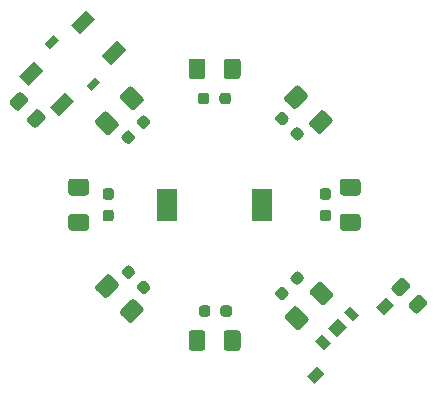
<source format=gbs>
G04 #@! TF.GenerationSoftware,KiCad,Pcbnew,5.1.10-88a1d61d58~90~ubuntu20.04.1*
G04 #@! TF.CreationDate,2021-11-23T17:05:44+00:00*
G04 #@! TF.ProjectId,LiPo-power,4c69506f-2d70-46f7-9765-722e6b696361,rev?*
G04 #@! TF.SameCoordinates,Original*
G04 #@! TF.FileFunction,Soldermask,Bot*
G04 #@! TF.FilePolarity,Negative*
%FSLAX46Y46*%
G04 Gerber Fmt 4.6, Leading zero omitted, Abs format (unit mm)*
G04 Created by KiCad (PCBNEW 5.1.10-88a1d61d58~90~ubuntu20.04.1) date 2021-11-23 17:05:44*
%MOMM*%
%LPD*%
G01*
G04 APERTURE LIST*
%ADD10C,0.100000*%
%ADD11R,1.700000X2.700000*%
G04 APERTURE END LIST*
G36*
G01*
X124175215Y-77611612D02*
X124811612Y-76975215D01*
G75*
G02*
X125165164Y-76975215I176776J-176776D01*
G01*
X125624785Y-77434836D01*
G75*
G02*
X125624785Y-77788388I-176776J-176776D01*
G01*
X124988388Y-78424785D01*
G75*
G02*
X124634836Y-78424785I-176776J176776D01*
G01*
X124175215Y-77965164D01*
G75*
G02*
X124175215Y-77611612I176776J176776D01*
G01*
G37*
G36*
G01*
X122725647Y-76162044D02*
X123362044Y-75525647D01*
G75*
G02*
X123715596Y-75525647I176776J-176776D01*
G01*
X124175217Y-75985268D01*
G75*
G02*
X124175217Y-76338820I-176776J-176776D01*
G01*
X123538820Y-76975217D01*
G75*
G02*
X123185268Y-76975217I-176776J176776D01*
G01*
X122725647Y-76515596D01*
G75*
G02*
X122725647Y-76162044I176776J176776D01*
G01*
G37*
G36*
G01*
X156499999Y-93336396D02*
X157136396Y-92699999D01*
G75*
G02*
X157489948Y-92699999I176776J-176776D01*
G01*
X157949569Y-93159620D01*
G75*
G02*
X157949569Y-93513172I-176776J-176776D01*
G01*
X157313172Y-94149569D01*
G75*
G02*
X156959620Y-94149569I-176776J176776D01*
G01*
X156499999Y-93689948D01*
G75*
G02*
X156499999Y-93336396I176776J176776D01*
G01*
G37*
G36*
G01*
X155050431Y-91886828D02*
X155686828Y-91250431D01*
G75*
G02*
X156040380Y-91250431I176776J-176776D01*
G01*
X156500001Y-91710052D01*
G75*
G02*
X156500001Y-92063604I-176776J-176776D01*
G01*
X155863604Y-92700001D01*
G75*
G02*
X155510052Y-92700001I-176776J176776D01*
G01*
X155050431Y-92240380D01*
G75*
G02*
X155050431Y-91886828I176776J176776D01*
G01*
G37*
D10*
G36*
X126797918Y-71090812D02*
G01*
X126090812Y-71797918D01*
X125666548Y-71373654D01*
X126373654Y-70666548D01*
X126797918Y-71090812D01*
G37*
G36*
X130333452Y-74626346D02*
G01*
X129626346Y-75333452D01*
X129202082Y-74909188D01*
X129909188Y-74202082D01*
X130333452Y-74626346D01*
G37*
G36*
X125525126Y-73636396D02*
G01*
X124252334Y-74909188D01*
X123474516Y-74131370D01*
X124747308Y-72858578D01*
X125525126Y-73636396D01*
G37*
G36*
X128141422Y-76252692D02*
G01*
X126868630Y-77525484D01*
X126090812Y-76747666D01*
X127363604Y-75474874D01*
X128141422Y-76252692D01*
G37*
G36*
X129909188Y-69252334D02*
G01*
X128636396Y-70525126D01*
X127858578Y-69747308D01*
X129131370Y-68474516D01*
X129909188Y-69252334D01*
G37*
G36*
X132525484Y-71868630D02*
G01*
X131252692Y-73141422D01*
X130474874Y-72363604D01*
X131747666Y-71090812D01*
X132525484Y-71868630D01*
G37*
D11*
X144050000Y-85000000D03*
X135950000Y-85000000D03*
G36*
G01*
X146222183Y-77886307D02*
X145886307Y-78222183D01*
G75*
G02*
X145550431Y-78222183I-167938J167938D01*
G01*
X145196877Y-77868629D01*
G75*
G02*
X145196877Y-77532753I167938J167938D01*
G01*
X145532753Y-77196877D01*
G75*
G02*
X145868629Y-77196877I167938J-167938D01*
G01*
X146222183Y-77550431D01*
G75*
G02*
X146222183Y-77886307I-167938J-167938D01*
G01*
G37*
G36*
G01*
X147512653Y-79176777D02*
X147176777Y-79512653D01*
G75*
G02*
X146840901Y-79512653I-167938J167938D01*
G01*
X146487347Y-79159099D01*
G75*
G02*
X146487347Y-78823223I167938J167938D01*
G01*
X146823223Y-78487347D01*
G75*
G02*
X147159099Y-78487347I167938J-167938D01*
G01*
X147512653Y-78840901D01*
G75*
G02*
X147512653Y-79176777I-167938J-167938D01*
G01*
G37*
G36*
G01*
X149637500Y-84575000D02*
X149162500Y-84575000D01*
G75*
G02*
X148925000Y-84337500I0J237500D01*
G01*
X148925000Y-83837500D01*
G75*
G02*
X149162500Y-83600000I237500J0D01*
G01*
X149637500Y-83600000D01*
G75*
G02*
X149875000Y-83837500I0J-237500D01*
G01*
X149875000Y-84337500D01*
G75*
G02*
X149637500Y-84575000I-237500J0D01*
G01*
G37*
G36*
G01*
X149637500Y-86400000D02*
X149162500Y-86400000D01*
G75*
G02*
X148925000Y-86162500I0J237500D01*
G01*
X148925000Y-85662500D01*
G75*
G02*
X149162500Y-85425000I237500J0D01*
G01*
X149637500Y-85425000D01*
G75*
G02*
X149875000Y-85662500I0J-237500D01*
G01*
X149875000Y-86162500D01*
G75*
G02*
X149637500Y-86400000I-237500J0D01*
G01*
G37*
G36*
G01*
X146823223Y-91722183D02*
X146487347Y-91386307D01*
G75*
G02*
X146487347Y-91050431I167938J167938D01*
G01*
X146840901Y-90696877D01*
G75*
G02*
X147176777Y-90696877I167938J-167938D01*
G01*
X147512653Y-91032753D01*
G75*
G02*
X147512653Y-91368629I-167938J-167938D01*
G01*
X147159099Y-91722183D01*
G75*
G02*
X146823223Y-91722183I-167938J167938D01*
G01*
G37*
G36*
G01*
X145532753Y-93012653D02*
X145196877Y-92676777D01*
G75*
G02*
X145196877Y-92340901I167938J167938D01*
G01*
X145550431Y-91987347D01*
G75*
G02*
X145886307Y-91987347I167938J-167938D01*
G01*
X146222183Y-92323223D01*
G75*
G02*
X146222183Y-92659099I-167938J-167938D01*
G01*
X145868629Y-93012653D01*
G75*
G02*
X145532753Y-93012653I-167938J167938D01*
G01*
G37*
G36*
G01*
X140512500Y-94237500D02*
X140512500Y-93762500D01*
G75*
G02*
X140750000Y-93525000I237500J0D01*
G01*
X141250000Y-93525000D01*
G75*
G02*
X141487500Y-93762500I0J-237500D01*
G01*
X141487500Y-94237500D01*
G75*
G02*
X141250000Y-94475000I-237500J0D01*
G01*
X140750000Y-94475000D01*
G75*
G02*
X140512500Y-94237500I0J237500D01*
G01*
G37*
G36*
G01*
X138687500Y-94237500D02*
X138687500Y-93762500D01*
G75*
G02*
X138925000Y-93525000I237500J0D01*
G01*
X139425000Y-93525000D01*
G75*
G02*
X139662500Y-93762500I0J-237500D01*
G01*
X139662500Y-94237500D01*
G75*
G02*
X139425000Y-94475000I-237500J0D01*
G01*
X138925000Y-94475000D01*
G75*
G02*
X138687500Y-94237500I0J237500D01*
G01*
G37*
G36*
G01*
X133487347Y-91823223D02*
X133823223Y-91487347D01*
G75*
G02*
X134159099Y-91487347I167938J-167938D01*
G01*
X134512653Y-91840901D01*
G75*
G02*
X134512653Y-92176777I-167938J-167938D01*
G01*
X134176777Y-92512653D01*
G75*
G02*
X133840901Y-92512653I-167938J167938D01*
G01*
X133487347Y-92159099D01*
G75*
G02*
X133487347Y-91823223I167938J167938D01*
G01*
G37*
G36*
G01*
X132196877Y-90532753D02*
X132532753Y-90196877D01*
G75*
G02*
X132868629Y-90196877I167938J-167938D01*
G01*
X133222183Y-90550431D01*
G75*
G02*
X133222183Y-90886307I-167938J-167938D01*
G01*
X132886307Y-91222183D01*
G75*
G02*
X132550431Y-91222183I-167938J167938D01*
G01*
X132196877Y-90868629D01*
G75*
G02*
X132196877Y-90532753I167938J167938D01*
G01*
G37*
G36*
G01*
X130762500Y-85425000D02*
X131237500Y-85425000D01*
G75*
G02*
X131475000Y-85662500I0J-237500D01*
G01*
X131475000Y-86162500D01*
G75*
G02*
X131237500Y-86400000I-237500J0D01*
G01*
X130762500Y-86400000D01*
G75*
G02*
X130525000Y-86162500I0J237500D01*
G01*
X130525000Y-85662500D01*
G75*
G02*
X130762500Y-85425000I237500J0D01*
G01*
G37*
G36*
G01*
X130762500Y-83600000D02*
X131237500Y-83600000D01*
G75*
G02*
X131475000Y-83837500I0J-237500D01*
G01*
X131475000Y-84337500D01*
G75*
G02*
X131237500Y-84575000I-237500J0D01*
G01*
X130762500Y-84575000D01*
G75*
G02*
X130525000Y-84337500I0J237500D01*
G01*
X130525000Y-83837500D01*
G75*
G02*
X130762500Y-83600000I237500J0D01*
G01*
G37*
G36*
G01*
X132886307Y-78777817D02*
X133222183Y-79113693D01*
G75*
G02*
X133222183Y-79449569I-167938J-167938D01*
G01*
X132868629Y-79803123D01*
G75*
G02*
X132532753Y-79803123I-167938J167938D01*
G01*
X132196877Y-79467247D01*
G75*
G02*
X132196877Y-79131371I167938J167938D01*
G01*
X132550431Y-78777817D01*
G75*
G02*
X132886307Y-78777817I167938J-167938D01*
G01*
G37*
G36*
G01*
X134176777Y-77487347D02*
X134512653Y-77823223D01*
G75*
G02*
X134512653Y-78159099I-167938J-167938D01*
G01*
X134159099Y-78512653D01*
G75*
G02*
X133823223Y-78512653I-167938J167938D01*
G01*
X133487347Y-78176777D01*
G75*
G02*
X133487347Y-77840901I167938J167938D01*
G01*
X133840901Y-77487347D01*
G75*
G02*
X134176777Y-77487347I167938J-167938D01*
G01*
G37*
G36*
G01*
X139575000Y-75762500D02*
X139575000Y-76237500D01*
G75*
G02*
X139337500Y-76475000I-237500J0D01*
G01*
X138837500Y-76475000D01*
G75*
G02*
X138600000Y-76237500I0J237500D01*
G01*
X138600000Y-75762500D01*
G75*
G02*
X138837500Y-75525000I237500J0D01*
G01*
X139337500Y-75525000D01*
G75*
G02*
X139575000Y-75762500I0J-237500D01*
G01*
G37*
G36*
G01*
X141400000Y-75762500D02*
X141400000Y-76237500D01*
G75*
G02*
X141162500Y-76475000I-237500J0D01*
G01*
X140662500Y-76475000D01*
G75*
G02*
X140425000Y-76237500I0J237500D01*
G01*
X140425000Y-75762500D01*
G75*
G02*
X140662500Y-75525000I237500J0D01*
G01*
X141162500Y-75525000D01*
G75*
G02*
X141400000Y-75762500I0J-237500D01*
G01*
G37*
G36*
G01*
X148054244Y-77938128D02*
X148938128Y-77054244D01*
G75*
G02*
X149291682Y-77054244I176777J-176777D01*
G01*
X149945756Y-77708318D01*
G75*
G02*
X149945756Y-78061872I-176777J-176777D01*
G01*
X149061872Y-78945756D01*
G75*
G02*
X148708318Y-78945756I-176777J176777D01*
G01*
X148054244Y-78291682D01*
G75*
G02*
X148054244Y-77938128I176777J176777D01*
G01*
G37*
G36*
G01*
X145950602Y-75834486D02*
X146834486Y-74950602D01*
G75*
G02*
X147188040Y-74950602I176777J-176777D01*
G01*
X147842114Y-75604676D01*
G75*
G02*
X147842114Y-75958230I-176777J-176777D01*
G01*
X146958230Y-76842114D01*
G75*
G02*
X146604676Y-76842114I-176777J176777D01*
G01*
X145950602Y-76188040D01*
G75*
G02*
X145950602Y-75834486I176777J176777D01*
G01*
G37*
G36*
G01*
X150875000Y-85775000D02*
X152125000Y-85775000D01*
G75*
G02*
X152375000Y-86025000I0J-250000D01*
G01*
X152375000Y-86950000D01*
G75*
G02*
X152125000Y-87200000I-250000J0D01*
G01*
X150875000Y-87200000D01*
G75*
G02*
X150625000Y-86950000I0J250000D01*
G01*
X150625000Y-86025000D01*
G75*
G02*
X150875000Y-85775000I250000J0D01*
G01*
G37*
G36*
G01*
X150875000Y-82800000D02*
X152125000Y-82800000D01*
G75*
G02*
X152375000Y-83050000I0J-250000D01*
G01*
X152375000Y-83975000D01*
G75*
G02*
X152125000Y-84225000I-250000J0D01*
G01*
X150875000Y-84225000D01*
G75*
G02*
X150625000Y-83975000I0J250000D01*
G01*
X150625000Y-83050000D01*
G75*
G02*
X150875000Y-82800000I250000J0D01*
G01*
G37*
G36*
G01*
X147010051Y-93657886D02*
X147893935Y-94541770D01*
G75*
G02*
X147893935Y-94895324I-176777J-176777D01*
G01*
X147239861Y-95549398D01*
G75*
G02*
X146886307Y-95549398I-176777J176777D01*
G01*
X146002423Y-94665514D01*
G75*
G02*
X146002423Y-94311960I176777J176777D01*
G01*
X146656497Y-93657886D01*
G75*
G02*
X147010051Y-93657886I176777J-176777D01*
G01*
G37*
G36*
G01*
X149113693Y-91554244D02*
X149997577Y-92438128D01*
G75*
G02*
X149997577Y-92791682I-176777J-176777D01*
G01*
X149343503Y-93445756D01*
G75*
G02*
X148989949Y-93445756I-176777J176777D01*
G01*
X148106065Y-92561872D01*
G75*
G02*
X148106065Y-92208318I176777J176777D01*
G01*
X148760139Y-91554244D01*
G75*
G02*
X149113693Y-91554244I176777J-176777D01*
G01*
G37*
G36*
G01*
X139237500Y-95875000D02*
X139237500Y-97125000D01*
G75*
G02*
X138987500Y-97375000I-250000J0D01*
G01*
X138062500Y-97375000D01*
G75*
G02*
X137812500Y-97125000I0J250000D01*
G01*
X137812500Y-95875000D01*
G75*
G02*
X138062500Y-95625000I250000J0D01*
G01*
X138987500Y-95625000D01*
G75*
G02*
X139237500Y-95875000I0J-250000D01*
G01*
G37*
G36*
G01*
X142212500Y-95875000D02*
X142212500Y-97125000D01*
G75*
G02*
X141962500Y-97375000I-250000J0D01*
G01*
X141037500Y-97375000D01*
G75*
G02*
X140787500Y-97125000I0J250000D01*
G01*
X140787500Y-95875000D01*
G75*
G02*
X141037500Y-95625000I250000J0D01*
G01*
X141962500Y-95625000D01*
G75*
G02*
X142212500Y-95875000I0J-250000D01*
G01*
G37*
G36*
G01*
X131842114Y-91958230D02*
X130958230Y-92842114D01*
G75*
G02*
X130604676Y-92842114I-176777J176777D01*
G01*
X129950602Y-92188040D01*
G75*
G02*
X129950602Y-91834486I176777J176777D01*
G01*
X130834486Y-90950602D01*
G75*
G02*
X131188040Y-90950602I176777J-176777D01*
G01*
X131842114Y-91604676D01*
G75*
G02*
X131842114Y-91958230I-176777J-176777D01*
G01*
G37*
G36*
G01*
X133945756Y-94061872D02*
X133061872Y-94945756D01*
G75*
G02*
X132708318Y-94945756I-176777J176777D01*
G01*
X132054244Y-94291682D01*
G75*
G02*
X132054244Y-93938128I176777J176777D01*
G01*
X132938128Y-93054244D01*
G75*
G02*
X133291682Y-93054244I176777J-176777D01*
G01*
X133945756Y-93708318D01*
G75*
G02*
X133945756Y-94061872I-176777J-176777D01*
G01*
G37*
G36*
G01*
X129125000Y-84225000D02*
X127875000Y-84225000D01*
G75*
G02*
X127625000Y-83975000I0J250000D01*
G01*
X127625000Y-83050000D01*
G75*
G02*
X127875000Y-82800000I250000J0D01*
G01*
X129125000Y-82800000D01*
G75*
G02*
X129375000Y-83050000I0J-250000D01*
G01*
X129375000Y-83975000D01*
G75*
G02*
X129125000Y-84225000I-250000J0D01*
G01*
G37*
G36*
G01*
X129125000Y-87200000D02*
X127875000Y-87200000D01*
G75*
G02*
X127625000Y-86950000I0J250000D01*
G01*
X127625000Y-86025000D01*
G75*
G02*
X127875000Y-85775000I250000J0D01*
G01*
X129125000Y-85775000D01*
G75*
G02*
X129375000Y-86025000I0J-250000D01*
G01*
X129375000Y-86950000D01*
G75*
G02*
X129125000Y-87200000I-250000J0D01*
G01*
G37*
G36*
G01*
X132938128Y-76945756D02*
X132054244Y-76061872D01*
G75*
G02*
X132054244Y-75708318I176777J176777D01*
G01*
X132708318Y-75054244D01*
G75*
G02*
X133061872Y-75054244I176777J-176777D01*
G01*
X133945756Y-75938128D01*
G75*
G02*
X133945756Y-76291682I-176777J-176777D01*
G01*
X133291682Y-76945756D01*
G75*
G02*
X132938128Y-76945756I-176777J176777D01*
G01*
G37*
G36*
G01*
X130834486Y-79049398D02*
X129950602Y-78165514D01*
G75*
G02*
X129950602Y-77811960I176777J176777D01*
G01*
X130604676Y-77157886D01*
G75*
G02*
X130958230Y-77157886I176777J-176777D01*
G01*
X131842114Y-78041770D01*
G75*
G02*
X131842114Y-78395324I-176777J-176777D01*
G01*
X131188040Y-79049398D01*
G75*
G02*
X130834486Y-79049398I-176777J176777D01*
G01*
G37*
G36*
G01*
X140787500Y-74125000D02*
X140787500Y-72875000D01*
G75*
G02*
X141037500Y-72625000I250000J0D01*
G01*
X141962500Y-72625000D01*
G75*
G02*
X142212500Y-72875000I0J-250000D01*
G01*
X142212500Y-74125000D01*
G75*
G02*
X141962500Y-74375000I-250000J0D01*
G01*
X141037500Y-74375000D01*
G75*
G02*
X140787500Y-74125000I0J250000D01*
G01*
G37*
G36*
G01*
X137812500Y-74125000D02*
X137812500Y-72875000D01*
G75*
G02*
X138062500Y-72625000I250000J0D01*
G01*
X138987500Y-72625000D01*
G75*
G02*
X139237500Y-72875000I0J-250000D01*
G01*
X139237500Y-74125000D01*
G75*
G02*
X138987500Y-74375000I-250000J0D01*
G01*
X138062500Y-74375000D01*
G75*
G02*
X137812500Y-74125000I0J250000D01*
G01*
G37*
D10*
G36*
X148671573Y-98692031D02*
G01*
X149307969Y-99328427D01*
X148459441Y-100176955D01*
X147823045Y-99540559D01*
X148671573Y-98692031D01*
G37*
G36*
X154540559Y-92823045D02*
G01*
X155176955Y-93459441D01*
X154328427Y-94307969D01*
X153692031Y-93671573D01*
X154540559Y-92823045D01*
G37*
G36*
X149095837Y-95934315D02*
G01*
X149873654Y-96712132D01*
X149307969Y-97277817D01*
X148530152Y-96500000D01*
X149095837Y-95934315D01*
G37*
G36*
X150439339Y-94590811D02*
G01*
X151217157Y-95368629D01*
X150368629Y-96217157D01*
X149590811Y-95439339D01*
X150439339Y-94590811D01*
G37*
G36*
X151500000Y-93530152D02*
G01*
X152277817Y-94307969D01*
X151712132Y-94873654D01*
X150934315Y-94095837D01*
X151500000Y-93530152D01*
G37*
M02*

</source>
